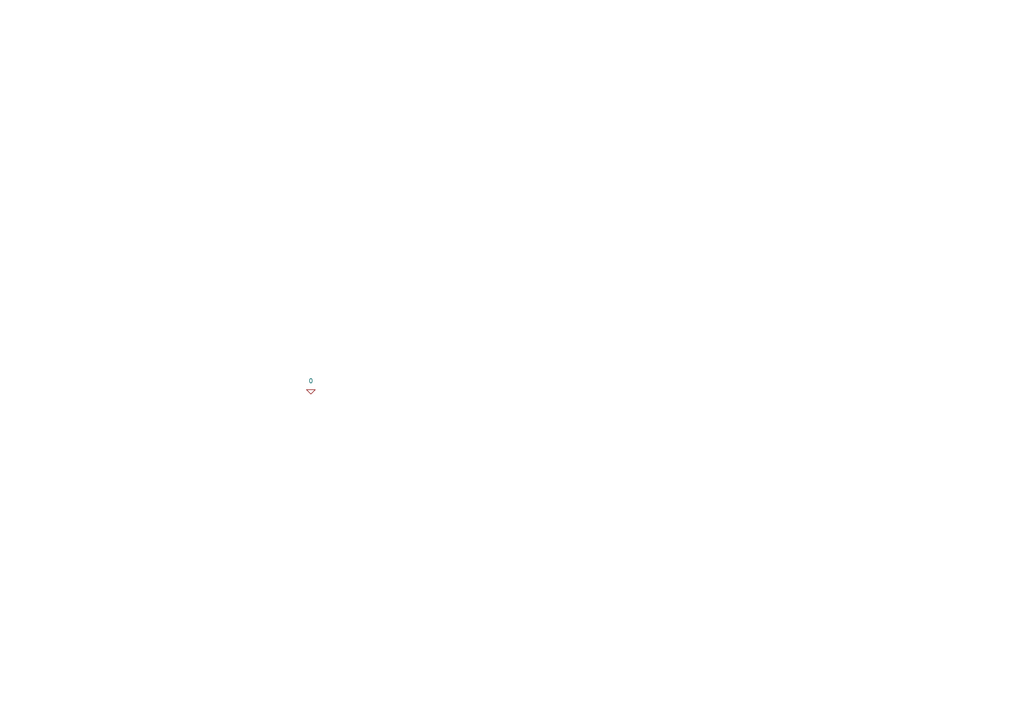
<source format=kicad_sch>
(kicad_sch (version 20230121) (generator eeschema)
  (paper "A4")
  (lib_symbols
    (symbol "Simulation_SPICE:0" (power) (pin_names (offset 0))
      (property "Value" "0" (at 0 -1.778 0))
      (symbol "0_0_1"
        (polyline (pts (xy -1.27 0) (xy 0 -1.27) (xy 1.27 0) (xy -1.27 0)))
      )
      (symbol "0_1_1"
        (pin power_in line (at 0 0 0) (length 0) hide (name "0") (number "1"))
      )
    )
  )
  (symbol (lib_id "Simulation_SPICE:0") (at 90.17 113.03 0) (unit 1)
    (property "Reference" "#GND01" (effects hide))
    (property "Value" "0" (at 90.17 110.49 0))
  )
)
</source>
